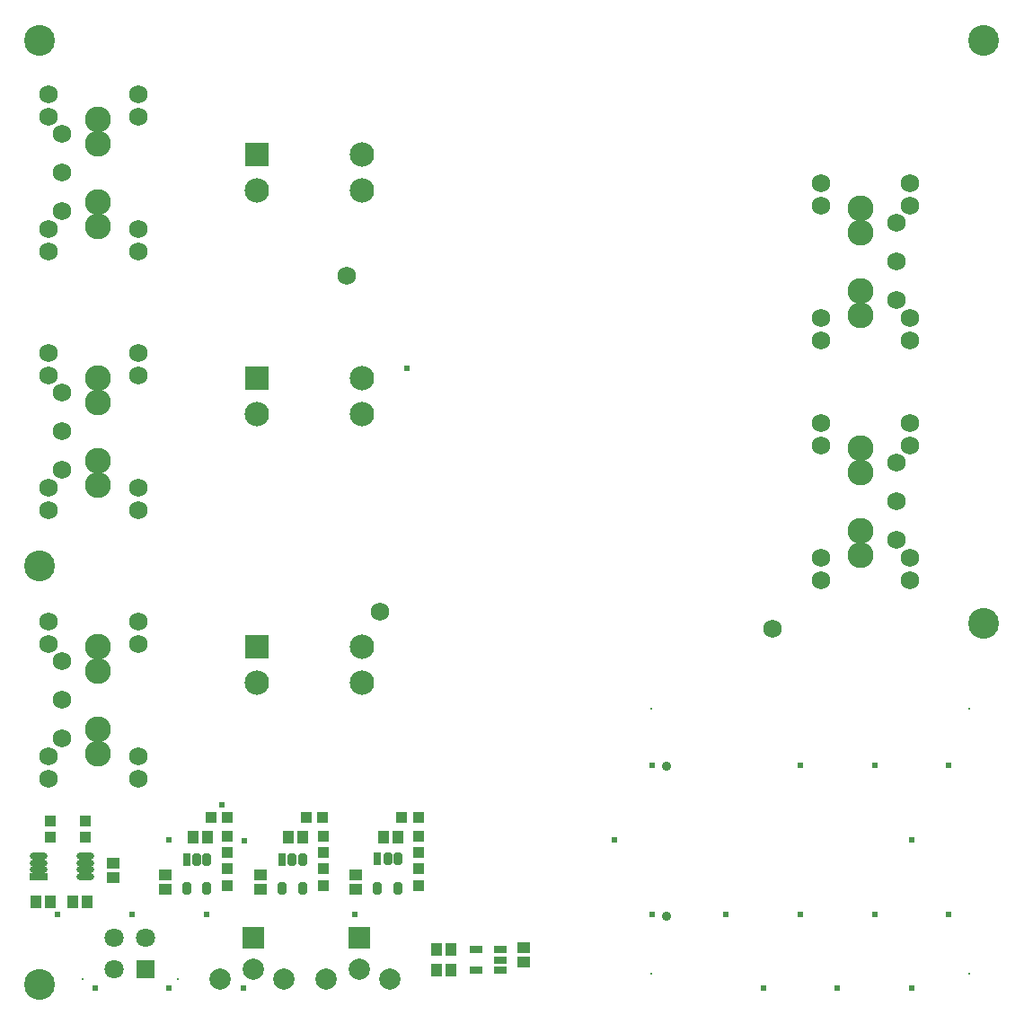
<source format=gbs>
G04*
G04 #@! TF.GenerationSoftware,Altium Limited,Altium Designer,20.1.8 (145)*
G04*
G04 Layer_Color=16711935*
%FSLAX25Y25*%
%MOIN*%
G70*
G04*
G04 #@! TF.SameCoordinates,CA1AD960-CC60-4823-93EC-705349262C67*
G04*
G04*
G04 #@! TF.FilePolarity,Negative*
G04*
G01*
G75*
%ADD41R,0.04147X0.04147*%
%ADD43R,0.06509X0.02572*%
%ADD50R,0.04147X0.04147*%
%ADD51R,0.04143X0.04537*%
%ADD59R,0.04537X0.04143*%
%ADD61C,0.00800*%
%ADD62C,0.07099*%
%ADD63R,0.07099X0.07099*%
%ADD64C,0.06800*%
%ADD65C,0.09658*%
%ADD66C,0.11430*%
%ADD67C,0.03556*%
%ADD68C,0.07887*%
%ADD69R,0.07887X0.07887*%
%ADD70R,0.09068X0.09068*%
%ADD71C,0.09068*%
%ADD72C,0.02375*%
%ADD99R,0.03162X0.04737*%
G04:AMPARAMS|DCode=100|XSize=31.62mil|YSize=47.37mil|CornerRadius=9.91mil|HoleSize=0mil|Usage=FLASHONLY|Rotation=180.000|XOffset=0mil|YOffset=0mil|HoleType=Round|Shape=RoundedRectangle|*
%AMROUNDEDRECTD100*
21,1,0.03162,0.02756,0,0,180.0*
21,1,0.01181,0.04737,0,0,180.0*
1,1,0.01981,-0.00591,0.01378*
1,1,0.01981,0.00591,0.01378*
1,1,0.01981,0.00591,-0.01378*
1,1,0.01981,-0.00591,-0.01378*
%
%ADD100ROUNDEDRECTD100*%
%ADD101R,0.04934X0.03162*%
%ADD102O,0.06509X0.02572*%
D41*
X81496Y54626D02*
D03*
Y48524D02*
D03*
X81496Y66831D02*
D03*
Y60728D02*
D03*
X116929Y54626D02*
D03*
Y48524D02*
D03*
X152362Y66831D02*
D03*
Y60728D02*
D03*
Y54626D02*
D03*
Y48524D02*
D03*
X116929Y66831D02*
D03*
Y60728D02*
D03*
X28740Y66240D02*
D03*
Y72342D02*
D03*
X15748Y66240D02*
D03*
Y72342D02*
D03*
D43*
X11417Y51673D02*
D03*
D50*
X75295Y73622D02*
D03*
X81398D02*
D03*
X146161D02*
D03*
X152264D02*
D03*
X110728Y73622D02*
D03*
X116831D02*
D03*
D51*
X159153Y16929D02*
D03*
X164469D02*
D03*
X159153Y24803D02*
D03*
X164469D02*
D03*
X104035Y66535D02*
D03*
X109350D02*
D03*
X139469D02*
D03*
X144783D02*
D03*
X68602D02*
D03*
X73917D02*
D03*
X29429Y42520D02*
D03*
X24114D02*
D03*
X10335D02*
D03*
X15650D02*
D03*
D59*
X38976Y51279D02*
D03*
Y56595D02*
D03*
X191535Y20184D02*
D03*
Y25498D02*
D03*
X93701Y52264D02*
D03*
Y46949D02*
D03*
X58268Y52264D02*
D03*
Y46949D02*
D03*
X129134Y52264D02*
D03*
Y46949D02*
D03*
D61*
X238583Y114173D02*
D03*
X356693D02*
D03*
Y15748D02*
D03*
X238583D02*
D03*
X27559Y13622D02*
D03*
X62992Y13622D02*
D03*
D62*
X51181Y29134D02*
D03*
X39370D02*
D03*
Y17323D02*
D03*
D63*
X51181D02*
D03*
D64*
X15157Y138189D02*
D03*
X20177Y131693D02*
D03*
Y117323D02*
D03*
Y102953D02*
D03*
X15157Y146457D02*
D03*
X48425D02*
D03*
Y138189D02*
D03*
X15157Y88189D02*
D03*
Y96457D02*
D03*
X48425Y88189D02*
D03*
Y96457D02*
D03*
X334842Y259055D02*
D03*
X329823Y265551D02*
D03*
Y279921D02*
D03*
Y294291D02*
D03*
X334842Y250787D02*
D03*
X301575D02*
D03*
Y259055D02*
D03*
X334842Y309055D02*
D03*
Y300787D02*
D03*
X301575Y309055D02*
D03*
Y300787D02*
D03*
X334842Y170079D02*
D03*
X329823Y176575D02*
D03*
Y190945D02*
D03*
Y205315D02*
D03*
X334842Y161811D02*
D03*
X301575D02*
D03*
Y170079D02*
D03*
X334842Y220079D02*
D03*
Y211811D02*
D03*
X301575Y220079D02*
D03*
Y211811D02*
D03*
X48425Y292126D02*
D03*
Y283858D02*
D03*
X15157Y292126D02*
D03*
Y283858D02*
D03*
X48425Y333858D02*
D03*
Y342126D02*
D03*
X15157D02*
D03*
X20177Y298622D02*
D03*
Y312992D02*
D03*
Y327362D02*
D03*
X15157Y333858D02*
D03*
X48425Y196063D02*
D03*
Y187795D02*
D03*
X15157Y196063D02*
D03*
Y187795D02*
D03*
X48425Y237795D02*
D03*
Y246063D02*
D03*
X15157D02*
D03*
X20177Y202559D02*
D03*
Y216929D02*
D03*
Y231299D02*
D03*
X15157Y237795D02*
D03*
X283858Y143701D02*
D03*
X125591Y274803D02*
D03*
X138189Y150000D02*
D03*
D65*
X33465Y97441D02*
D03*
Y106496D02*
D03*
Y137205D02*
D03*
Y128150D02*
D03*
X316535Y299803D02*
D03*
Y290748D02*
D03*
Y260039D02*
D03*
Y269094D02*
D03*
Y210827D02*
D03*
Y201772D02*
D03*
Y171063D02*
D03*
Y180118D02*
D03*
X33465Y323819D02*
D03*
Y332874D02*
D03*
Y302165D02*
D03*
Y293110D02*
D03*
Y227756D02*
D03*
Y236811D02*
D03*
Y206102D02*
D03*
Y197047D02*
D03*
D66*
X11811Y11811D02*
D03*
X362205Y145669D02*
D03*
X11811Y166929D02*
D03*
X362205Y362205D02*
D03*
X11811D02*
D03*
D67*
X244488Y92716D02*
D03*
Y37205D02*
D03*
D68*
X118110Y13622D02*
D03*
X141732D02*
D03*
X130315Y17323D02*
D03*
X90945D02*
D03*
X102362Y13622D02*
D03*
X78740D02*
D03*
D69*
X130315Y29134D02*
D03*
X90945D02*
D03*
D70*
X92323Y319685D02*
D03*
Y236614D02*
D03*
Y137008D02*
D03*
D71*
X131299Y319685D02*
D03*
Y306299D02*
D03*
X92323D02*
D03*
X131299Y236614D02*
D03*
Y223228D02*
D03*
X92323D02*
D03*
X131299Y137008D02*
D03*
Y123622D02*
D03*
X92323D02*
D03*
D72*
X148031Y240490D02*
D03*
X349213Y92913D02*
D03*
X335433Y65354D02*
D03*
X349213Y37795D02*
D03*
X335433Y10236D02*
D03*
X321654Y92913D02*
D03*
Y37795D02*
D03*
X307874Y10236D02*
D03*
X294095Y92913D02*
D03*
Y37795D02*
D03*
X280315Y10236D02*
D03*
X266535Y37795D02*
D03*
X238977Y92913D02*
D03*
X225197Y65354D02*
D03*
X238977Y37795D02*
D03*
X128740D02*
D03*
X87402Y10236D02*
D03*
X59843Y65354D02*
D03*
X73622Y37795D02*
D03*
X59843Y10236D02*
D03*
X46063Y37795D02*
D03*
X32283Y10236D02*
D03*
X18504Y37795D02*
D03*
X79527Y78346D02*
D03*
X87795Y64961D02*
D03*
D99*
X101772Y58169D02*
D03*
X66339D02*
D03*
X137205Y58268D02*
D03*
D100*
X105512Y58169D02*
D03*
X109252D02*
D03*
Y47343D02*
D03*
X101772D02*
D03*
X70079Y58169D02*
D03*
X73819D02*
D03*
Y47343D02*
D03*
X66339D02*
D03*
X140945Y58268D02*
D03*
X144685D02*
D03*
Y47441D02*
D03*
X137205D02*
D03*
D101*
X173622Y24606D02*
D03*
Y17126D02*
D03*
X182677D02*
D03*
Y20866D02*
D03*
Y24606D02*
D03*
D102*
X28740Y59350D02*
D03*
Y56791D02*
D03*
Y54232D02*
D03*
Y51673D02*
D03*
X11417Y59350D02*
D03*
Y56791D02*
D03*
Y54232D02*
D03*
M02*

</source>
